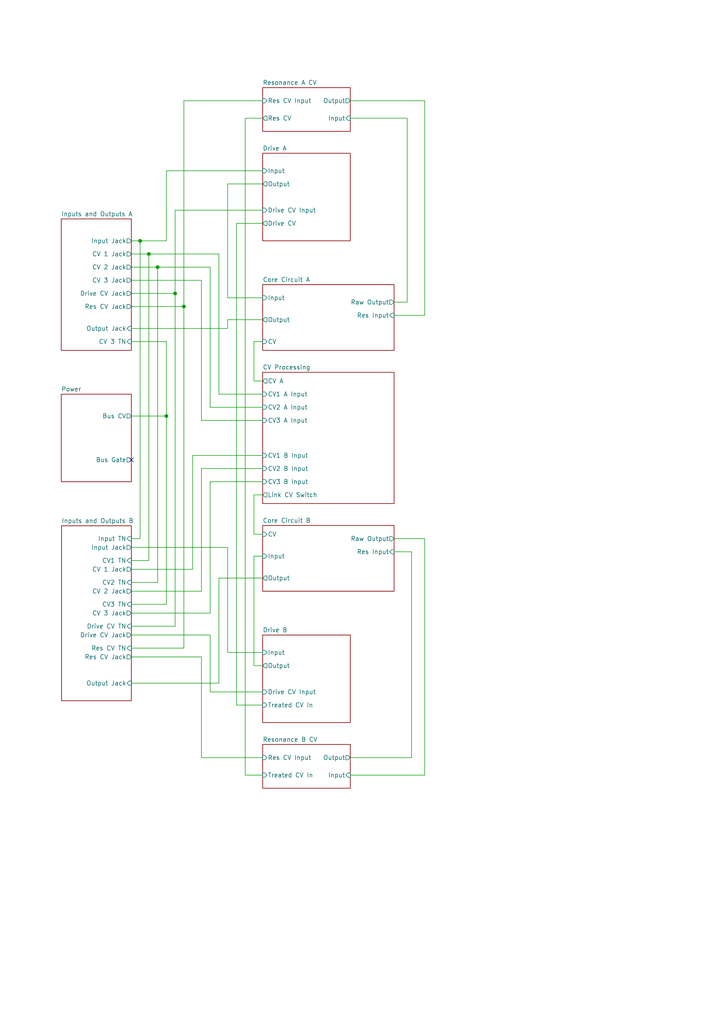
<source format=kicad_sch>
(kicad_sch
	(version 20231120)
	(generator "eeschema")
	(generator_version "8.0")
	(uuid "58f4306d-5387-4983-bb08-41a2313fd315")
	(paper "A4" portrait)
	(title_block
		(rev "1")
		(company "DMH Instruments")
		(comment 1 "PCB for 15cm Kosmo format synthesizer module")
	)
	(lib_symbols)
	(junction
		(at 45.72 77.47)
		(diameter 0)
		(color 0 0 0 0)
		(uuid "0f03e2f8-8fbf-44c0-bc8a-95c134d64489")
	)
	(junction
		(at 53.34 88.9)
		(diameter 0)
		(color 0 0 0 0)
		(uuid "1d78c338-ac91-479e-a654-0466374047a1")
	)
	(junction
		(at 48.26 120.65)
		(diameter 0)
		(color 0 0 0 0)
		(uuid "1e9b845f-dc24-44c4-9275-cf9e501a3580")
	)
	(junction
		(at 40.64 69.85)
		(diameter 0)
		(color 0 0 0 0)
		(uuid "281b6dee-152f-48c6-bb3b-a2573f84d8c4")
	)
	(junction
		(at 50.8 85.09)
		(diameter 0)
		(color 0 0 0 0)
		(uuid "789a8659-6337-41bd-8967-c776d5a81b50")
	)
	(junction
		(at 43.18 73.66)
		(diameter 0)
		(color 0 0 0 0)
		(uuid "f91a43b2-de2d-4a25-be07-8e36c22336b5")
	)
	(no_connect
		(at 38.1 133.35)
		(uuid "c3efc957-5c9a-4c4d-bff6-58ef546f2e50")
	)
	(wire
		(pts
			(xy 38.1 165.1) (xy 55.88 165.1)
		)
		(stroke
			(width 0)
			(type default)
		)
		(uuid "03e154d5-fea1-4343-9804-9f20b762b693")
	)
	(wire
		(pts
			(xy 119.38 160.02) (xy 114.3 160.02)
		)
		(stroke
			(width 0)
			(type default)
		)
		(uuid "03f48f1e-c0be-4993-8fd0-6184ac594184")
	)
	(wire
		(pts
			(xy 76.2 92.71) (xy 66.04 92.71)
		)
		(stroke
			(width 0)
			(type default)
		)
		(uuid "042ef6da-d229-4d55-be25-281402e73684")
	)
	(wire
		(pts
			(xy 66.04 95.25) (xy 38.1 95.25)
		)
		(stroke
			(width 0)
			(type default)
		)
		(uuid "05899e0d-277a-4208-b6a1-4495bcc3e196")
	)
	(wire
		(pts
			(xy 73.66 193.04) (xy 73.66 161.29)
		)
		(stroke
			(width 0)
			(type default)
		)
		(uuid "062fa811-62cf-480d-a7f4-f56702f0ed59")
	)
	(wire
		(pts
			(xy 73.66 143.51) (xy 73.66 154.94)
		)
		(stroke
			(width 0)
			(type default)
		)
		(uuid "06461a24-65a8-4f29-b468-fb115e759053")
	)
	(wire
		(pts
			(xy 50.8 85.09) (xy 50.8 60.96)
		)
		(stroke
			(width 0)
			(type default)
		)
		(uuid "0a65603e-715b-4cb6-9a3e-11e1d6b159e9")
	)
	(wire
		(pts
			(xy 73.66 161.29) (xy 76.2 161.29)
		)
		(stroke
			(width 0)
			(type default)
		)
		(uuid "0b7a9f9d-87f6-4108-b046-6a5721717082")
	)
	(wire
		(pts
			(xy 58.42 135.89) (xy 76.2 135.89)
		)
		(stroke
			(width 0)
			(type default)
		)
		(uuid "0b9b626e-c724-4f2d-951c-5dedbce0f644")
	)
	(wire
		(pts
			(xy 119.38 219.71) (xy 119.38 160.02)
		)
		(stroke
			(width 0)
			(type default)
		)
		(uuid "0c98e710-5377-4b53-84e2-a1ada2fe23d9")
	)
	(wire
		(pts
			(xy 38.1 171.45) (xy 58.42 171.45)
		)
		(stroke
			(width 0)
			(type default)
		)
		(uuid "0ddeaaef-2fff-44ec-aa63-fb464867e596")
	)
	(wire
		(pts
			(xy 73.66 99.06) (xy 76.2 99.06)
		)
		(stroke
			(width 0)
			(type default)
		)
		(uuid "15611dea-1bb5-4768-883d-aa3f07165b79")
	)
	(wire
		(pts
			(xy 63.5 198.12) (xy 38.1 198.12)
		)
		(stroke
			(width 0)
			(type default)
		)
		(uuid "15c31961-8a29-41a1-87ed-9771807086d7")
	)
	(wire
		(pts
			(xy 71.12 224.79) (xy 76.2 224.79)
		)
		(stroke
			(width 0)
			(type default)
		)
		(uuid "20f1d3d9-9fa6-44eb-af70-0eb1e073d126")
	)
	(wire
		(pts
			(xy 58.42 171.45) (xy 58.42 135.89)
		)
		(stroke
			(width 0)
			(type default)
		)
		(uuid "219be96d-dc6d-480d-a889-4499a44642f1")
	)
	(wire
		(pts
			(xy 76.2 64.77) (xy 68.58 64.77)
		)
		(stroke
			(width 0)
			(type default)
		)
		(uuid "2290268f-d580-40c1-bad5-5a4fabbe88f8")
	)
	(wire
		(pts
			(xy 48.26 49.53) (xy 76.2 49.53)
		)
		(stroke
			(width 0)
			(type default)
		)
		(uuid "23644b83-70c5-4e8b-bf77-7694e5c34d45")
	)
	(wire
		(pts
			(xy 38.1 156.21) (xy 40.64 156.21)
		)
		(stroke
			(width 0)
			(type default)
		)
		(uuid "23f56841-d737-4abb-8bab-f6ba88c29eca")
	)
	(wire
		(pts
			(xy 43.18 162.56) (xy 43.18 73.66)
		)
		(stroke
			(width 0)
			(type default)
		)
		(uuid "25f768fc-1f57-40d3-adb1-9248515693de")
	)
	(wire
		(pts
			(xy 73.66 154.94) (xy 76.2 154.94)
		)
		(stroke
			(width 0)
			(type default)
		)
		(uuid "2684c3fd-aa92-481d-bf6f-0a862abcfd70")
	)
	(wire
		(pts
			(xy 101.6 29.21) (xy 123.19 29.21)
		)
		(stroke
			(width 0)
			(type default)
		)
		(uuid "2c5b4678-41ec-4623-a0ae-d1cc8a4fae80")
	)
	(wire
		(pts
			(xy 73.66 110.49) (xy 73.66 99.06)
		)
		(stroke
			(width 0)
			(type default)
		)
		(uuid "2ebb231c-4c9d-464b-8c9a-cdb122f0384a")
	)
	(wire
		(pts
			(xy 38.1 177.8) (xy 60.96 177.8)
		)
		(stroke
			(width 0)
			(type default)
		)
		(uuid "3235f489-6056-47bb-94e2-a534d658b7e9")
	)
	(wire
		(pts
			(xy 114.3 87.63) (xy 118.11 87.63)
		)
		(stroke
			(width 0)
			(type default)
		)
		(uuid "38db5cc9-7864-42b5-96b3-f54ad77659d6")
	)
	(wire
		(pts
			(xy 38.1 77.47) (xy 45.72 77.47)
		)
		(stroke
			(width 0)
			(type default)
		)
		(uuid "3f67feab-bae1-4659-b7b8-42427340bcba")
	)
	(wire
		(pts
			(xy 53.34 187.96) (xy 53.34 88.9)
		)
		(stroke
			(width 0)
			(type default)
		)
		(uuid "4848be55-b6b9-4930-afd3-8bb3ae6500f3")
	)
	(wire
		(pts
			(xy 38.1 187.96) (xy 53.34 187.96)
		)
		(stroke
			(width 0)
			(type default)
		)
		(uuid "4b61be8e-0503-44d8-ad52-c885b8c69408")
	)
	(wire
		(pts
			(xy 114.3 156.21) (xy 123.19 156.21)
		)
		(stroke
			(width 0)
			(type default)
		)
		(uuid "4d9e7297-09e9-4ab8-bb61-3f2449e7fd9a")
	)
	(wire
		(pts
			(xy 118.11 87.63) (xy 118.11 34.29)
		)
		(stroke
			(width 0)
			(type default)
		)
		(uuid "4fab343e-57f8-4157-af3d-20d08204e64b")
	)
	(wire
		(pts
			(xy 43.18 73.66) (xy 63.5 73.66)
		)
		(stroke
			(width 0)
			(type default)
		)
		(uuid "5352c080-9e66-43ae-a50e-0b1271ffd30d")
	)
	(wire
		(pts
			(xy 38.1 120.65) (xy 48.26 120.65)
		)
		(stroke
			(width 0)
			(type default)
		)
		(uuid "54a31105-c949-4e20-ba03-7bf61462e862")
	)
	(wire
		(pts
			(xy 45.72 77.47) (xy 60.96 77.47)
		)
		(stroke
			(width 0)
			(type default)
		)
		(uuid "54bd441e-6b20-4010-a4e8-72a8ce5bfd30")
	)
	(wire
		(pts
			(xy 48.26 120.65) (xy 48.26 99.06)
		)
		(stroke
			(width 0)
			(type default)
		)
		(uuid "5618438b-4258-4440-a062-f98a5b8ca4e1")
	)
	(wire
		(pts
			(xy 60.96 139.7) (xy 76.2 139.7)
		)
		(stroke
			(width 0)
			(type default)
		)
		(uuid "5ede1a48-d1e7-4653-a7e7-5677b0940202")
	)
	(wire
		(pts
			(xy 58.42 121.92) (xy 76.2 121.92)
		)
		(stroke
			(width 0)
			(type default)
		)
		(uuid "6c5e5baf-f6b4-4d67-b7dc-bf465bff1d53")
	)
	(wire
		(pts
			(xy 38.1 162.56) (xy 43.18 162.56)
		)
		(stroke
			(width 0)
			(type default)
		)
		(uuid "6fe57fbf-8030-4721-8ce1-d826587f8504")
	)
	(wire
		(pts
			(xy 48.26 175.26) (xy 48.26 120.65)
		)
		(stroke
			(width 0)
			(type default)
		)
		(uuid "70db4c61-23a5-4371-af61-c3d4ac30d6db")
	)
	(wire
		(pts
			(xy 66.04 53.34) (xy 66.04 86.36)
		)
		(stroke
			(width 0)
			(type default)
		)
		(uuid "72869915-d93f-4b92-8833-3640b8e4b159")
	)
	(wire
		(pts
			(xy 45.72 168.91) (xy 45.72 77.47)
		)
		(stroke
			(width 0)
			(type default)
		)
		(uuid "75013f7c-9387-421e-8c93-cfc5046781d9")
	)
	(wire
		(pts
			(xy 71.12 34.29) (xy 71.12 224.79)
		)
		(stroke
			(width 0)
			(type default)
		)
		(uuid "79d93f4f-e320-40bf-a56d-021dc253e7d6")
	)
	(wire
		(pts
			(xy 68.58 204.47) (xy 76.2 204.47)
		)
		(stroke
			(width 0)
			(type default)
		)
		(uuid "7bbc2a8a-fa4e-4b3e-b1cd-3c61588de811")
	)
	(wire
		(pts
			(xy 76.2 53.34) (xy 66.04 53.34)
		)
		(stroke
			(width 0)
			(type default)
		)
		(uuid "7c83e6d0-a482-4d21-ae3a-750faacb941f")
	)
	(wire
		(pts
			(xy 60.96 184.15) (xy 60.96 200.66)
		)
		(stroke
			(width 0)
			(type default)
		)
		(uuid "87d09032-83d2-4166-be86-2dd989ee45d3")
	)
	(wire
		(pts
			(xy 53.34 29.21) (xy 76.2 29.21)
		)
		(stroke
			(width 0)
			(type default)
		)
		(uuid "8adf3984-9b6c-492c-ab51-de097e8b4767")
	)
	(wire
		(pts
			(xy 66.04 189.23) (xy 66.04 158.75)
		)
		(stroke
			(width 0)
			(type default)
		)
		(uuid "8c06f68b-4195-4913-a98b-da29a42774b8")
	)
	(wire
		(pts
			(xy 38.1 190.5) (xy 58.42 190.5)
		)
		(stroke
			(width 0)
			(type default)
		)
		(uuid "8c69a3f7-26c8-49b6-b8ee-e6f75a89e990")
	)
	(wire
		(pts
			(xy 60.96 200.66) (xy 76.2 200.66)
		)
		(stroke
			(width 0)
			(type default)
		)
		(uuid "8e0fcba3-4efb-40f4-9ec8-c737fe0d50c2")
	)
	(wire
		(pts
			(xy 66.04 92.71) (xy 66.04 95.25)
		)
		(stroke
			(width 0)
			(type default)
		)
		(uuid "94cbb6ba-39fb-48e7-ab25-92b3ea3eb7c7")
	)
	(wire
		(pts
			(xy 40.64 156.21) (xy 40.64 69.85)
		)
		(stroke
			(width 0)
			(type default)
		)
		(uuid "957e3d25-1f1f-4224-9517-a9589600747f")
	)
	(wire
		(pts
			(xy 63.5 114.3) (xy 76.2 114.3)
		)
		(stroke
			(width 0)
			(type default)
		)
		(uuid "9dcd0ed9-1dcc-4358-b0ff-c13455de1349")
	)
	(wire
		(pts
			(xy 123.19 156.21) (xy 123.19 224.79)
		)
		(stroke
			(width 0)
			(type default)
		)
		(uuid "a0bc58f4-c3f0-47d8-a7aa-4265b99c9aef")
	)
	(wire
		(pts
			(xy 76.2 34.29) (xy 71.12 34.29)
		)
		(stroke
			(width 0)
			(type default)
		)
		(uuid "a16b82bc-e756-4591-baf8-0f66248012c4")
	)
	(wire
		(pts
			(xy 58.42 219.71) (xy 76.2 219.71)
		)
		(stroke
			(width 0)
			(type default)
		)
		(uuid "a319d17e-03c9-47b2-a8e1-ff0213e54fbf")
	)
	(wire
		(pts
			(xy 66.04 86.36) (xy 76.2 86.36)
		)
		(stroke
			(width 0)
			(type default)
		)
		(uuid "a673a07d-72ff-457f-a33c-f8459284d955")
	)
	(wire
		(pts
			(xy 63.5 73.66) (xy 63.5 114.3)
		)
		(stroke
			(width 0)
			(type default)
		)
		(uuid "a6a2d863-73db-4113-8cd7-1948c63ae855")
	)
	(wire
		(pts
			(xy 55.88 165.1) (xy 55.88 132.08)
		)
		(stroke
			(width 0)
			(type default)
		)
		(uuid "a6c93362-f7b9-4d65-8ff4-9571e13c6189")
	)
	(wire
		(pts
			(xy 101.6 219.71) (xy 119.38 219.71)
		)
		(stroke
			(width 0)
			(type default)
		)
		(uuid "a8e249d2-fdfb-4728-88e3-ce2a0d2222fc")
	)
	(wire
		(pts
			(xy 50.8 181.61) (xy 50.8 85.09)
		)
		(stroke
			(width 0)
			(type default)
		)
		(uuid "ab6814ac-982a-4731-b859-f4cc02a65a06")
	)
	(wire
		(pts
			(xy 60.96 177.8) (xy 60.96 139.7)
		)
		(stroke
			(width 0)
			(type default)
		)
		(uuid "abf08552-0ba0-401f-9ff0-babbbb0e89f8")
	)
	(wire
		(pts
			(xy 123.19 29.21) (xy 123.19 91.44)
		)
		(stroke
			(width 0)
			(type default)
		)
		(uuid "abfdbcaa-bbeb-4c5d-ae99-3e78a9ec8605")
	)
	(wire
		(pts
			(xy 118.11 34.29) (xy 101.6 34.29)
		)
		(stroke
			(width 0)
			(type default)
		)
		(uuid "b1720a31-9662-4e79-8571-edcc99f81cc9")
	)
	(wire
		(pts
			(xy 76.2 189.23) (xy 66.04 189.23)
		)
		(stroke
			(width 0)
			(type default)
		)
		(uuid "b3ab2342-dce4-4c36-aa5a-52eb23de63e1")
	)
	(wire
		(pts
			(xy 76.2 193.04) (xy 73.66 193.04)
		)
		(stroke
			(width 0)
			(type default)
		)
		(uuid "b4ab9c2c-19b4-4e18-b421-fc8488b22747")
	)
	(wire
		(pts
			(xy 66.04 158.75) (xy 38.1 158.75)
		)
		(stroke
			(width 0)
			(type default)
		)
		(uuid "b4f349f6-9b6e-4f36-a02d-c37cc2fd495a")
	)
	(wire
		(pts
			(xy 53.34 88.9) (xy 53.34 29.21)
		)
		(stroke
			(width 0)
			(type default)
		)
		(uuid "beb3180b-90ae-4050-ae2e-e361f69de4b9")
	)
	(wire
		(pts
			(xy 38.1 184.15) (xy 60.96 184.15)
		)
		(stroke
			(width 0)
			(type default)
		)
		(uuid "bf7e3584-5699-4227-ab66-299e9e733866")
	)
	(wire
		(pts
			(xy 38.1 81.28) (xy 58.42 81.28)
		)
		(stroke
			(width 0)
			(type default)
		)
		(uuid "c53c7ed4-0f93-42ea-a1de-3819d4d737e9")
	)
	(wire
		(pts
			(xy 40.64 69.85) (xy 48.26 69.85)
		)
		(stroke
			(width 0)
			(type default)
		)
		(uuid "c72a92c9-4f77-4ced-9337-bc06404b808c")
	)
	(wire
		(pts
			(xy 58.42 81.28) (xy 58.42 121.92)
		)
		(stroke
			(width 0)
			(type default)
		)
		(uuid "cb5a26d5-35ab-44c6-9bd4-b54d3c44a5c5")
	)
	(wire
		(pts
			(xy 60.96 118.11) (xy 76.2 118.11)
		)
		(stroke
			(width 0)
			(type default)
		)
		(uuid "ce95ff98-235c-46a4-986a-e68ba6cb87d8")
	)
	(wire
		(pts
			(xy 50.8 60.96) (xy 76.2 60.96)
		)
		(stroke
			(width 0)
			(type default)
		)
		(uuid "cec72912-02de-4cf7-9b84-4c466fdf8835")
	)
	(wire
		(pts
			(xy 38.1 175.26) (xy 48.26 175.26)
		)
		(stroke
			(width 0)
			(type default)
		)
		(uuid "d2622b86-c167-4e38-93b2-fdf08abc7279")
	)
	(wire
		(pts
			(xy 48.26 69.85) (xy 48.26 49.53)
		)
		(stroke
			(width 0)
			(type default)
		)
		(uuid "d5f0d1ea-3ba6-49a0-be36-35852065e8f4")
	)
	(wire
		(pts
			(xy 123.19 224.79) (xy 101.6 224.79)
		)
		(stroke
			(width 0)
			(type default)
		)
		(uuid "d7ec01b7-4f76-4119-a2a7-a1cf4aa42ad8")
	)
	(wire
		(pts
			(xy 76.2 143.51) (xy 73.66 143.51)
		)
		(stroke
			(width 0)
			(type default)
		)
		(uuid "dc8cf37c-7da9-4bbb-bdc8-aec55fd55d0c")
	)
	(wire
		(pts
			(xy 55.88 132.08) (xy 76.2 132.08)
		)
		(stroke
			(width 0)
			(type default)
		)
		(uuid "df7b5ab1-8d9a-4a69-a4de-846def8abe6b")
	)
	(wire
		(pts
			(xy 48.26 99.06) (xy 38.1 99.06)
		)
		(stroke
			(width 0)
			(type default)
		)
		(uuid "e025a550-cd99-43d8-9eca-e164632960b4")
	)
	(wire
		(pts
			(xy 60.96 77.47) (xy 60.96 118.11)
		)
		(stroke
			(width 0)
			(type default)
		)
		(uuid "e17f5558-abfd-4980-9607-d377b0135614")
	)
	(wire
		(pts
			(xy 68.58 64.77) (xy 68.58 204.47)
		)
		(stroke
			(width 0)
			(type default)
		)
		(uuid "e40bd99a-9921-41ea-86ff-ddda467043e2")
	)
	(wire
		(pts
			(xy 114.3 91.44) (xy 123.19 91.44)
		)
		(stroke
			(width 0)
			(type default)
		)
		(uuid "e5c0260a-822d-4e03-83d4-ef4cdf9cbac6")
	)
	(wire
		(pts
			(xy 38.1 88.9) (xy 53.34 88.9)
		)
		(stroke
			(width 0)
			(type default)
		)
		(uuid "e7a4bba4-0dec-4544-b597-81aba8e5c4ac")
	)
	(wire
		(pts
			(xy 58.42 190.5) (xy 58.42 219.71)
		)
		(stroke
			(width 0)
			(type default)
		)
		(uuid "e8254375-5a02-4313-9aa2-6f1f578db786")
	)
	(wire
		(pts
			(xy 76.2 110.49) (xy 73.66 110.49)
		)
		(stroke
			(width 0)
			(type default)
		)
		(uuid "ea0212be-bf15-49ab-a228-b1eab6dd23bf")
	)
	(wire
		(pts
			(xy 38.1 181.61) (xy 50.8 181.61)
		)
		(stroke
			(width 0)
			(type default)
		)
		(uuid "eb933fa6-ce29-4710-b107-be57aa524be5")
	)
	(wire
		(pts
			(xy 38.1 168.91) (xy 45.72 168.91)
		)
		(stroke
			(width 0)
			(type default)
		)
		(uuid "edb7cbb4-dace-4588-b2a0-43c528f6b372")
	)
	(wire
		(pts
			(xy 38.1 69.85) (xy 40.64 69.85)
		)
		(stroke
			(width 0)
			(type default)
		)
		(uuid "f0d46ae4-7925-42e8-ba9f-9d4c2d1e53b0")
	)
	(wire
		(pts
			(xy 76.2 167.64) (xy 63.5 167.64)
		)
		(stroke
			(width 0)
			(type default)
		)
		(uuid "f2b22a07-4477-4a22-86fb-3dc315e43d5f")
	)
	(wire
		(pts
			(xy 63.5 167.64) (xy 63.5 198.12)
		)
		(stroke
			(width 0)
			(type default)
		)
		(uuid "f45d0b47-3d8a-43ed-8f82-887c325ba520")
	)
	(wire
		(pts
			(xy 38.1 85.09) (xy 50.8 85.09)
		)
		(stroke
			(width 0)
			(type default)
		)
		(uuid "fa7af9cb-0bfe-43b9-81dd-63c7cb87777b")
	)
	(wire
		(pts
			(xy 38.1 73.66) (xy 43.18 73.66)
		)
		(stroke
			(width 0)
			(type default)
		)
		(uuid "fe54e494-236d-41fb-b785-ce4157f3e643")
	)
	(sheet
		(at 17.78 114.3)
		(size 20.32 25.4)
		(fields_autoplaced yes)
		(stroke
			(width 0.1524)
			(type solid)
		)
		(fill
			(color 0 0 0 0.0000)
		)
		(uuid "0cdf34b2-39cd-4d9e-981a-97cd34791509")
		(property "Sheetname" "Power"
			(at 17.78 113.5884 0)
			(effects
				(font
					(size 1.27 1.27)
				)
				(justify left bottom)
			)
		)
		(property "Sheetfile" "Power.kicad_sch"
			(at 17.78 140.2846 0)
			(effects
				(font
					(size 1.27 1.27)
				)
				(justify left top)
				(hide yes)
			)
		)
		(pin "Bus Gate" output
			(at 38.1 133.35 0)
			(effects
				(font
					(size 1.27 1.27)
				)
				(justify right)
			)
			(uuid "35434339-bc2b-4868-9a18-95483283b276")
		)
		(pin "Bus CV" output
			(at 38.1 120.65 0)
			(effects
				(font
					(size 1.27 1.27)
				)
				(justify right)
			)
			(uuid "0197176f-d754-4695-b74f-89d14faa0aea")
		)
		(instances
			(project "DMH_Dual_VCF_Diode_Ladder_Mk2_PCB_2"
				(path "/58f4306d-5387-4983-bb08-41a2313fd315"
					(page "11")
				)
			)
		)
	)
	(sheet
		(at 76.2 152.4)
		(size 38.1 19.05)
		(fields_autoplaced yes)
		(stroke
			(width 0.1524)
			(type solid)
		)
		(fill
			(color 0 0 0 0.0000)
		)
		(uuid "5770dcd3-eb9e-472f-b743-1e3eb22ed082")
		(property "Sheetname" "Core Circuit B"
			(at 76.2 151.6884 0)
			(effects
				(font
					(size 1.27 1.27)
				)
				(justify left bottom)
			)
		)
		(property "Sheetfile" "Core_Circuit_B.kicad_sch"
			(at 76.2 172.0346 0)
			(effects
				(font
					(size 1.27 1.27)
				)
				(justify left top)
				(hide yes)
			)
		)
		(pin "Output" output
			(at 76.2 167.64 180)
			(effects
				(font
					(size 1.27 1.27)
				)
				(justify left)
			)
			(uuid "824ef3c1-8d70-4ca7-882a-a32dfb81527f")
		)
		(pin "Input" input
			(at 76.2 161.29 180)
			(effects
				(font
					(size 1.27 1.27)
				)
				(justify left)
			)
			(uuid "bcef8807-861a-4d95-b13b-d41a91dc844c")
		)
		(pin "Res Input" input
			(at 114.3 160.02 0)
			(effects
				(font
					(size 1.27 1.27)
				)
				(justify right)
			)
			(uuid "b7a34321-2d41-4484-92ec-d4d23de604d5")
		)
		(pin "Raw Output" output
			(at 114.3 156.21 0)
			(effects
				(font
					(size 1.27 1.27)
				)
				(justify right)
			)
			(uuid "4832c5e1-a160-43b2-a24e-b935623ff9d1")
		)
		(pin "CV" input
			(at 76.2 154.94 180)
			(effects
				(font
					(size 1.27 1.27)
				)
				(justify left)
			)
			(uuid "859a537d-346b-4852-840d-d21ccb349166")
		)
		(instances
			(project "DMH_Dual_VCF_Diode_Ladder_Mk2_PCB_2"
				(path "/58f4306d-5387-4983-bb08-41a2313fd315"
					(page "8")
				)
			)
		)
	)
	(sheet
		(at 76.2 44.45)
		(size 25.4 25.4)
		(fields_autoplaced yes)
		(stroke
			(width 0.1524)
			(type solid)
		)
		(fill
			(color 0 0 0 0.0000)
		)
		(uuid "76f3ab41-888d-43b6-843a-2a995f9c890b")
		(property "Sheetname" "Drive A"
			(at 76.2 43.7384 0)
			(effects
				(font
					(size 1.27 1.27)
				)
				(justify left bottom)
			)
		)
		(property "Sheetfile" "Drive_A.kicad_sch"
			(at 76.2 70.4346 0)
			(effects
				(font
					(size 1.27 1.27)
				)
				(justify left top)
				(hide yes)
			)
		)
		(pin "Input" input
			(at 76.2 49.53 180)
			(effects
				(font
					(size 1.27 1.27)
				)
				(justify left)
			)
			(uuid "d538a505-0803-4f76-865e-a0bc33415bef")
		)
		(pin "Output" output
			(at 76.2 53.34 180)
			(effects
				(font
					(size 1.27 1.27)
				)
				(justify left)
			)
			(uuid "35bf57e3-48c5-41b0-843d-d0fb2b4d7770")
		)
		(pin "Drive CV Input" input
			(at 76.2 60.96 180)
			(effects
				(font
					(size 1.27 1.27)
				)
				(justify left)
			)
			(uuid "ef1b89a2-5e0d-43a0-ae25-8c76fb42ed32")
		)
		(pin "Drive CV" output
			(at 76.2 64.77 180)
			(effects
				(font
					(size 1.27 1.27)
				)
				(justify left)
			)
			(uuid "ee606573-3449-4bcc-a78b-972a7d448d91")
		)
		(instances
			(project "DMH_Dual_VCF_Diode_Ladder_Mk2_PCB_2"
				(path "/58f4306d-5387-4983-bb08-41a2313fd315"
					(page "5")
				)
			)
		)
	)
	(sheet
		(at 76.2 82.55)
		(size 38.1 19.05)
		(fields_autoplaced yes)
		(stroke
			(width 0.1524)
			(type solid)
		)
		(fill
			(color 0 0 0 0.0000)
		)
		(uuid "7ad2d702-dfb7-4d49-a82d-34430dd5948f")
		(property "Sheetname" "Core Circuit A"
			(at 76.2 81.8384 0)
			(effects
				(font
					(size 1.27 1.27)
				)
				(justify left bottom)
			)
		)
		(property "Sheetfile" "Core_Circuit_A.kicad_sch"
			(at 76.2 102.1846 0)
			(effects
				(font
					(size 1.27 1.27)
				)
				(justify left top)
				(hide yes)
			)
		)
		(pin "Output" output
			(at 76.2 92.71 180)
			(effects
				(font
					(size 1.27 1.27)
				)
				(justify left)
			)
			(uuid "2ac4b1a4-34c1-4db4-980a-cb367d4c33e2")
		)
		(pin "Input" input
			(at 76.2 86.36 180)
			(effects
				(font
					(size 1.27 1.27)
				)
				(justify left)
			)
			(uuid "3d751bb9-bc86-4e9e-b126-7a702b24f8d2")
		)
		(pin "Res Input" input
			(at 114.3 91.44 0)
			(effects
				(font
					(size 1.27 1.27)
				)
				(justify right)
			)
			(uuid "6567e6d9-c4a8-4cc8-9f65-8f2af85846ff")
		)
		(pin "Raw Output" output
			(at 114.3 87.63 0)
			(effects
				(font
					(size 1.27 1.27)
				)
				(justify right)
			)
			(uuid "50835797-2993-4f04-8087-d43d338e1667")
		)
		(pin "CV" input
			(at 76.2 99.06 180)
			(effects
				(font
					(size 1.27 1.27)
				)
				(justify left)
			)
			(uuid "14a92ebc-2d16-4e2d-a395-2b6edd22de99")
		)
		(instances
			(project "DMH_Dual_VCF_Diode_Ladder_Mk2_PCB_2"
				(path "/58f4306d-5387-4983-bb08-41a2313fd315"
					(page "7")
				)
			)
		)
	)
	(sheet
		(at 76.2 25.4)
		(size 25.4 12.7)
		(fields_autoplaced yes)
		(stroke
			(width 0.1524)
			(type solid)
		)
		(fill
			(color 0 0 0 0.0000)
		)
		(uuid "ad5c5475-8483-41b0-97cc-617422d54799")
		(property "Sheetname" "Resonance A CV"
			(at 76.2 24.6884 0)
			(effects
				(font
					(size 1.27 1.27)
				)
				(justify left bottom)
			)
		)
		(property "Sheetfile" "Resonance_A_CV.kicad_sch"
			(at 76.2 38.6846 0)
			(effects
				(font
					(size 1.27 1.27)
				)
				(justify left top)
				(hide yes)
			)
		)
		(pin "Input" input
			(at 101.6 34.29 0)
			(effects
				(font
					(size 1.27 1.27)
				)
				(justify right)
			)
			(uuid "759dbb16-01a1-47a3-a42b-9aac215e21f7")
		)
		(pin "Output" output
			(at 101.6 29.21 0)
			(effects
				(font
					(size 1.27 1.27)
				)
				(justify right)
			)
			(uuid "8ebeeb78-af77-44a1-9eb9-5d05b3f2be12")
		)
		(pin "Res CV Input" input
			(at 76.2 29.21 180)
			(effects
				(font
					(size 1.27 1.27)
				)
				(justify left)
			)
			(uuid "5e2f43c0-0bbd-45b5-b465-8ad353600128")
		)
		(pin "Res CV" output
			(at 76.2 34.29 180)
			(effects
				(font
					(size 1.27 1.27)
				)
				(justify left)
			)
			(uuid "cb9310a3-2d47-40d5-b58f-961df6c8a152")
		)
		(instances
			(project "DMH_Dual_VCF_Diode_Ladder_Mk2_PCB_2"
				(path "/58f4306d-5387-4983-bb08-41a2313fd315"
					(page "9")
				)
			)
		)
	)
	(sheet
		(at 17.78 63.5)
		(size 20.32 38.1)
		(fields_autoplaced yes)
		(stroke
			(width 0.1524)
			(type solid)
		)
		(fill
			(color 0 0 0 0.0000)
		)
		(uuid "ce3fef8b-9f1d-4178-b50b-4a046c030679")
		(property "Sheetname" "Inputs and Outputs A"
			(at 17.78 62.7884 0)
			(effects
				(font
					(size 1.27 1.27)
				)
				(justify left bottom)
			)
		)
		(property "Sheetfile" "Inputs_and_Outputs_A.kicad_sch"
			(at 17.78 102.1846 0)
			(effects
				(font
					(size 1.27 1.27)
				)
				(justify left top)
				(hide yes)
			)
		)
		(pin "Output Jack" input
			(at 38.1 95.25 0)
			(effects
				(font
					(size 1.27 1.27)
				)
				(justify right)
			)
			(uuid "47d6f700-19ac-440c-a9bd-0184205b1d14")
		)
		(pin "Input Jack" output
			(at 38.1 69.85 0)
			(effects
				(font
					(size 1.27 1.27)
				)
				(justify right)
			)
			(uuid "d1cfb4b1-5a54-4286-ba01-f85047d51a10")
		)
		(pin "CV 1 Jack" output
			(at 38.1 73.66 0)
			(effects
				(font
					(size 1.27 1.27)
				)
				(justify right)
			)
			(uuid "3a5cdf2a-d250-44b0-a6fb-6b8952b38724")
		)
		(pin "CV 2 Jack" output
			(at 38.1 77.47 0)
			(effects
				(font
					(size 1.27 1.27)
				)
				(justify right)
			)
			(uuid "371c4516-13c1-4a0f-8a4f-05e2b95ce388")
		)
		(pin "Res CV Jack" output
			(at 38.1 88.9 0)
			(effects
				(font
					(size 1.27 1.27)
				)
				(justify right)
			)
			(uuid "c9a6071c-bf2c-48ab-8517-dacace690546")
		)
		(pin "CV 3 Jack" output
			(at 38.1 81.28 0)
			(effects
				(font
					(size 1.27 1.27)
				)
				(justify right)
			)
			(uuid "1cb370ea-3a3c-44a0-9fbe-b104757df6cc")
		)
		(pin "Drive CV Jack" output
			(at 38.1 85.09 0)
			(effects
				(font
					(size 1.27 1.27)
				)
				(justify right)
			)
			(uuid "b2d820bb-c772-469a-b050-690363f0cab9")
		)
		(pin "CV 3 TN" input
			(at 38.1 99.06 0)
			(effects
				(font
					(size 1.27 1.27)
				)
				(justify right)
			)
			(uuid "714ea5d8-733e-4afe-a46c-b65a9b4e5759")
		)
		(instances
			(project "DMH_Dual_VCF_Diode_Ladder_Mk2_PCB_2"
				(path "/58f4306d-5387-4983-bb08-41a2313fd315"
					(page "2")
				)
			)
		)
	)
	(sheet
		(at 76.2 107.95)
		(size 38.1 38.1)
		(fields_autoplaced yes)
		(stroke
			(width 0.1524)
			(type solid)
		)
		(fill
			(color 0 0 0 0.0000)
		)
		(uuid "ec2d44bc-ed06-4f0b-a22e-df640fa5e089")
		(property "Sheetname" "CV Processing"
			(at 76.2 107.2384 0)
			(effects
				(font
					(size 1.27 1.27)
				)
				(justify left bottom)
			)
		)
		(property "Sheetfile" "CV_Processing.kicad_sch"
			(at 76.2 146.6346 0)
			(effects
				(font
					(size 1.27 1.27)
				)
				(justify left top)
				(hide yes)
			)
		)
		(pin "CV A" output
			(at 76.2 110.49 180)
			(effects
				(font
					(size 1.27 1.27)
				)
				(justify left)
			)
			(uuid "5c8ec3db-a5bb-4825-b2f3-ed08c540010e")
		)
		(pin "CV1 B Input" input
			(at 76.2 132.08 180)
			(effects
				(font
					(size 1.27 1.27)
				)
				(justify left)
			)
			(uuid "849669a4-586a-4144-aaaf-708d4277edda")
		)
		(pin "CV2 B Input" input
			(at 76.2 135.89 180)
			(effects
				(font
					(size 1.27 1.27)
				)
				(justify left)
			)
			(uuid "2446d5b8-c527-42a6-82e3-afe03ec6bcdf")
		)
		(pin "CV1 A Input" input
			(at 76.2 114.3 180)
			(effects
				(font
					(size 1.27 1.27)
				)
				(justify left)
			)
			(uuid "7fee05fc-ab9e-4f56-8220-ff4043829c09")
		)
		(pin "CV2 A Input" input
			(at 76.2 118.11 180)
			(effects
				(font
					(size 1.27 1.27)
				)
				(justify left)
			)
			(uuid "888b3a4b-ebdb-40ac-8a64-6ded6ede7a04")
		)
		(pin "Link CV Switch" output
			(at 76.2 143.51 180)
			(effects
				(font
					(size 1.27 1.27)
				)
				(justify left)
			)
			(uuid "122885cd-c4d5-4a4a-8bab-9a984b057435")
		)
		(pin "CV3 A Input" input
			(at 76.2 121.92 180)
			(effects
				(font
					(size 1.27 1.27)
				)
				(justify left)
			)
			(uuid "bc9deaca-2561-45a7-94dc-c5b28c14cbc6")
		)
		(pin "CV3 B Input" input
			(at 76.2 139.7 180)
			(effects
				(font
					(size 1.27 1.27)
				)
				(justify left)
			)
			(uuid "f2ee901e-a8b2-43b8-b7e3-88ac6c40c236")
		)
		(instances
			(project "DMH_Dual_VCF_Diode_Ladder_Mk2_PCB_2"
				(path "/58f4306d-5387-4983-bb08-41a2313fd315"
					(page "4")
				)
			)
		)
	)
	(sheet
		(at 76.2 215.9)
		(size 25.4 12.7)
		(fields_autoplaced yes)
		(stroke
			(width 0.1524)
			(type solid)
		)
		(fill
			(color 0 0 0 0.0000)
		)
		(uuid "f0045393-e1d0-4de8-baba-b9053cd8a11d")
		(property "Sheetname" "Resonance B CV"
			(at 76.2 215.1884 0)
			(effects
				(font
					(size 1.27 1.27)
				)
				(justify left bottom)
			)
		)
		(property "Sheetfile" "Resonance_B_CV.kicad_sch"
			(at 76.2 229.1846 0)
			(effects
				(font
					(size 1.27 1.27)
				)
				(justify left top)
				(hide yes)
			)
		)
		(pin "Input" input
			(at 101.6 224.79 0)
			(effects
				(font
					(size 1.27 1.27)
				)
				(justify right)
			)
			(uuid "7a69cbeb-5ba7-4387-8c38-90749046f909")
		)
		(pin "Output" output
			(at 101.6 219.71 0)
			(effects
				(font
					(size 1.27 1.27)
				)
				(justify right)
			)
			(uuid "892a7498-a14f-4085-8932-564d9a487533")
		)
		(pin "Res CV Input" input
			(at 76.2 219.71 180)
			(effects
				(font
					(size 1.27 1.27)
				)
				(justify left)
			)
			(uuid "a1631f6c-3060-4c2a-9be6-4e437fe6f030")
		)
		(pin "Treated CV In" input
			(at 76.2 224.79 180)
			(effects
				(font
					(size 1.27 1.27)
				)
				(justify left)
			)
			(uuid "65dbc99d-6bc0-4d03-9d36-bab847ff790c")
		)
		(instances
			(project "DMH_Dual_VCF_Diode_Ladder_Mk2_PCB_2"
				(path "/58f4306d-5387-4983-bb08-41a2313fd315"
					(page "10")
				)
			)
		)
	)
	(sheet
		(at 17.8605 152.4805)
		(size 20.2395 50.7195)
		(fields_autoplaced yes)
		(stroke
			(width 0.1524)
			(type solid)
		)
		(fill
			(color 0 0 0 0.0000)
		)
		(uuid "f24a7deb-7368-4909-ac96-a87cdb4f6b04")
		(property "Sheetname" "Inputs and Outputs B"
			(at 17.8605 151.7689 0)
			(effects
				(font
					(size 1.27 1.27)
				)
				(justify left bottom)
			)
		)
		(property "Sheetfile" "Inputs_and_Outputs_B.kicad_sch"
			(at 17.8605 203.7846 0)
			(effects
				(font
					(size 1.27 1.27)
				)
				(justify left top)
				(hide yes)
			)
		)
		(pin "CV 2 Jack" output
			(at 38.1 171.45 0)
			(effects
				(font
					(size 1.27 1.27)
				)
				(justify right)
			)
			(uuid "5cbf7505-96bc-4bc5-89db-ef9d6841d143")
		)
		(pin "Output Jack" input
			(at 38.1 198.12 0)
			(effects
				(font
					(size 1.27 1.27)
				)
				(justify right)
			)
			(uuid "2544ea5a-6255-4365-9174-3f9d2181590e")
		)
		(pin "Res CV Jack" output
			(at 38.1 190.5 0)
			(effects
				(font
					(size 1.27 1.27)
				)
				(justify right)
			)
			(uuid "423173dc-79e1-4ab9-97dc-7e7997659c01")
		)
		(pin "Input Jack" output
			(at 38.1 158.75 0)
			(effects
				(font
					(size 1.27 1.27)
				)
				(justify right)
			)
			(uuid "de6662d5-25b4-4fed-869a-febe2813a33e")
		)
		(pin "CV 1 Jack" output
			(at 38.1 165.1 0)
			(effects
				(font
					(size 1.27 1.27)
				)
				(justify right)
			)
			(uuid "be565046-9944-48b8-9878-6b783a3c655a")
		)
		(pin "Input TN" input
			(at 38.1 156.21 0)
			(effects
				(font
					(size 1.27 1.27)
				)
				(justify right)
			)
			(uuid "0f1800c1-7acd-4145-abf8-d38e60b9ff68")
		)
		(pin "CV1 TN" input
			(at 38.1 162.56 0)
			(effects
				(font
					(size 1.27 1.27)
				)
				(justify right)
			)
			(uuid "afa8bfe7-3410-470c-803d-0c4e641f6065")
		)
		(pin "CV2 TN" input
			(at 38.1 168.91 0)
			(effects
				(font
					(size 1.27 1.27)
				)
				(justify right)
			)
			(uuid "16ea75c7-0728-4437-ace9-eb9a006d6731")
		)
		(pin "Res CV TN" input
			(at 38.1 187.96 0)
			(effects
				(font
					(size 1.27 1.27)
				)
				(justify right)
			)
			(uuid "16466809-61b0-4623-9987-b064c02cedda")
		)
		(pin "CV 3 Jack" output
			(at 38.1 177.8 0)
			(effects
				(font
					(size 1.27 1.27)
				)
				(justify right)
			)
			(uuid "688f8483-60f4-4b56-a0e2-9cfe97395e1d")
		)
		(pin "Drive CV Jack" output
			(at 38.1 184.15 0)
			(effects
				(font
					(size 1.27 1.27)
				)
				(justify right)
			)
			(uuid "a373a1db-15f6-410b-9db3-62e31feed4b1")
		)
		(pin "CV3 TN" input
			(at 38.1 175.26 0)
			(effects
				(font
					(size 1.27 1.27)
				)
				(justify right)
			)
			(uuid "0670c7ac-69da-4eb8-a5c4-69155f157fcf")
		)
		(pin "Drive CV TN" input
			(at 38.1 181.61 0)
			(effects
				(font
					(size 1.27 1.27)
				)
				(justify right)
			)
			(uuid "129e3172-64aa-42af-b75b-c290016a58ce")
		)
		(instances
			(project "DMH_Dual_VCF_Diode_Ladder_Mk2_PCB_2"
				(path "/58f4306d-5387-4983-bb08-41a2313fd315"
					(page "3")
				)
			)
		)
	)
	(sheet
		(at 76.2 184.15)
		(size 25.4 25.4)
		(fields_autoplaced yes)
		(stroke
			(width 0.1524)
			(type solid)
		)
		(fill
			(color 0 0 0 0.0000)
		)
		(uuid "fc37885e-257b-42ac-a311-5adb1094134c")
		(property "Sheetname" "Drive B"
			(at 76.2 183.4384 0)
			(effects
				(font
					(size 1.27 1.27)
				)
				(justify left bottom)
			)
		)
		(property "Sheetfile" "Drive_B.kicad_sch"
			(at 76.2 210.1346 0)
			(effects
				(font
					(size 1.27 1.27)
				)
				(justify left top)
				(hide yes)
			)
		)
		(pin "Input" input
			(at 76.2 189.23 180)
			(effects
				(font
					(size 1.27 1.27)
				)
				(justify left)
			)
			(uuid "76ec093b-f182-4184-8aea-15e8c3005cea")
		)
		(pin "Output" output
			(at 76.2 193.04 180)
			(effects
				(font
					(size 1.27 1.27)
				)
				(justify left)
			)
			(uuid "c29129d3-04ed-4883-b3db-17e99fc46c78")
		)
		(pin "Drive CV Input" input
			(at 76.2 200.66 180)
			(effects
				(font
					(size 1.27 1.27)
				)
				(justify left)
			)
			(uuid "d1efd5f0-5a64-4907-9e87-adacfa09e3d2")
		)
		(pin "Treated CV In" input
			(at 76.2 204.47 180)
			(effects
				(font
					(size 1.27 1.27)
				)
				(justify left)
			)
			(uuid "82b98b66-9979-4ad3-9b76-8be3d6d04c93")
		)
		(instances
			(project "DMH_Dual_VCF_Diode_Ladder_Mk2_PCB_2"
				(path "/58f4306d-5387-4983-bb08-41a2313fd315"
					(page "6")
				)
			)
		)
	)
	(sheet_instances
		(path "/"
			(page "1")
		)
	)
)

</source>
